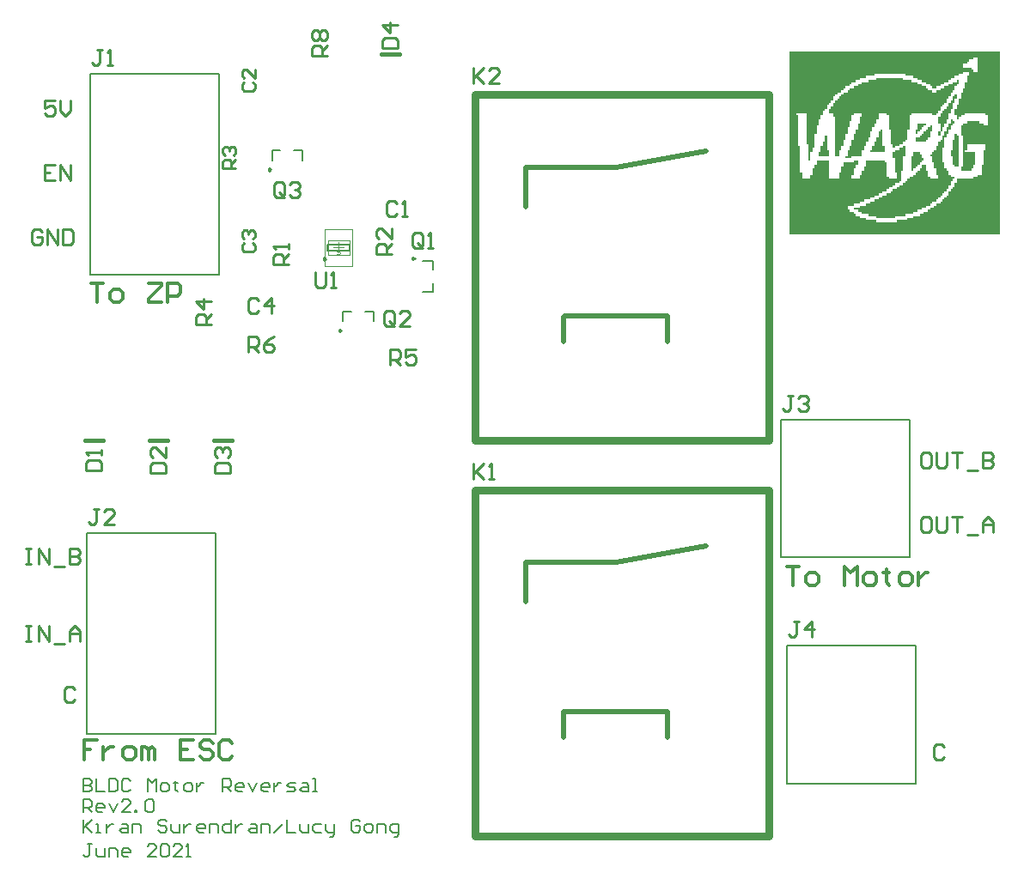
<source format=gto>
G04*
G04 #@! TF.GenerationSoftware,Altium Limited,Altium Designer,21.3.2 (30)*
G04*
G04 Layer_Color=65535*
%FSLAX25Y25*%
%MOIN*%
G70*
G04*
G04 #@! TF.SameCoordinates,32D37CD9-B2DB-4459-BEB8-4619D630D6D0*
G04*
G04*
G04 #@! TF.FilePolarity,Positive*
G04*
G01*
G75*
%ADD10C,0.00984*%
%ADD11C,0.02953*%
%ADD12C,0.01968*%
%ADD13C,0.01575*%
%ADD14C,0.00787*%
%ADD15C,0.01200*%
%ADD16C,0.01000*%
%ADD17C,0.00197*%
%ADD18C,0.00394*%
G36*
X381600Y320400D02*
Y319600D01*
Y318800D01*
Y318000D01*
Y317200D01*
Y316400D01*
Y315600D01*
Y314800D01*
Y314000D01*
Y313200D01*
Y312400D01*
Y311600D01*
Y310800D01*
Y310000D01*
Y309200D01*
Y308400D01*
Y307600D01*
Y306800D01*
Y306000D01*
Y305200D01*
Y304400D01*
Y303600D01*
Y302800D01*
Y302000D01*
Y301200D01*
Y300400D01*
Y299600D01*
Y298800D01*
Y298000D01*
Y297200D01*
Y296400D01*
Y295600D01*
Y294800D01*
Y294000D01*
Y293200D01*
Y292400D01*
Y291600D01*
Y290800D01*
Y290000D01*
Y289200D01*
Y288400D01*
Y287600D01*
Y286800D01*
Y286000D01*
Y285200D01*
Y284400D01*
Y283600D01*
Y282800D01*
Y282000D01*
Y281200D01*
Y280400D01*
Y279600D01*
Y278800D01*
Y278000D01*
Y277200D01*
Y276400D01*
Y275600D01*
Y274800D01*
Y274000D01*
Y273200D01*
Y272400D01*
Y271600D01*
Y270800D01*
Y270000D01*
Y269200D01*
Y268400D01*
Y267600D01*
Y266800D01*
Y266000D01*
Y265200D01*
Y264400D01*
Y263600D01*
Y262800D01*
Y262000D01*
Y261200D01*
Y260400D01*
Y259600D01*
Y258800D01*
Y258000D01*
Y257200D01*
Y256400D01*
Y255600D01*
Y254800D01*
Y254000D01*
Y253200D01*
Y252400D01*
Y251600D01*
Y250800D01*
Y250000D01*
X300000D01*
Y250800D01*
Y251600D01*
Y252400D01*
Y253200D01*
Y254000D01*
Y254800D01*
Y255600D01*
Y256400D01*
Y257200D01*
Y258000D01*
Y258800D01*
Y259600D01*
Y260400D01*
Y261200D01*
Y262000D01*
Y262800D01*
Y263600D01*
Y264400D01*
Y265200D01*
Y266000D01*
Y266800D01*
Y267600D01*
Y268400D01*
Y269200D01*
Y270000D01*
Y270800D01*
Y271600D01*
Y272400D01*
Y273200D01*
Y274000D01*
Y274800D01*
Y275600D01*
Y276400D01*
Y277200D01*
Y278000D01*
Y278800D01*
Y279600D01*
Y280400D01*
Y281200D01*
Y282000D01*
Y282800D01*
Y283600D01*
Y284400D01*
Y285200D01*
Y286000D01*
Y286800D01*
Y287600D01*
Y288400D01*
Y289200D01*
Y290000D01*
Y290800D01*
Y291600D01*
Y292400D01*
Y293200D01*
Y294000D01*
Y294800D01*
Y295600D01*
Y296400D01*
Y297200D01*
Y298000D01*
Y298800D01*
Y299600D01*
Y300400D01*
Y301200D01*
Y302000D01*
Y302800D01*
Y303600D01*
Y304400D01*
Y305200D01*
Y306000D01*
Y306800D01*
Y307600D01*
Y308400D01*
Y309200D01*
Y310000D01*
Y310800D01*
Y311600D01*
Y312400D01*
Y313200D01*
Y314000D01*
Y314800D01*
Y315600D01*
Y316400D01*
Y317200D01*
Y318000D01*
Y318800D01*
Y319600D01*
Y320400D01*
Y321200D01*
X381600D01*
Y320400D01*
D02*
G37*
%LPC*%
G36*
X372800Y318800D02*
X371200D01*
Y318000D01*
X369600D01*
Y317200D01*
X368800D01*
Y316400D01*
X367200D01*
Y315600D01*
Y314800D01*
X370400D01*
Y314000D01*
X371200D01*
Y313200D01*
X372800D01*
Y314000D01*
Y314800D01*
Y315600D01*
Y316400D01*
Y317200D01*
Y318000D01*
Y318800D01*
D02*
G37*
G36*
X369600Y313200D02*
X367200D01*
Y312400D01*
X365600D01*
Y311600D01*
X364000D01*
Y310800D01*
X362400D01*
Y310000D01*
X361600D01*
Y309200D01*
X360000D01*
Y308400D01*
X358400D01*
Y307600D01*
X356800D01*
Y306800D01*
X355200D01*
Y307600D01*
X354400D01*
Y308400D01*
X352800D01*
Y309200D01*
X351200D01*
Y310000D01*
X349600D01*
Y310800D01*
X348000D01*
Y311600D01*
X344800D01*
Y312400D01*
X332800D01*
Y311600D01*
X329600D01*
Y310800D01*
X327200D01*
Y310000D01*
X325600D01*
Y309200D01*
X324000D01*
Y308400D01*
X323200D01*
Y307600D01*
X321600D01*
Y306800D01*
X320800D01*
Y306000D01*
X320000D01*
Y305200D01*
X318400D01*
Y304400D01*
X317600D01*
Y303600D01*
X316800D01*
Y302800D01*
Y302000D01*
X316000D01*
Y301200D01*
X315200D01*
Y300400D01*
X314400D01*
Y299600D01*
Y298800D01*
X313600D01*
Y298000D01*
X312800D01*
Y297200D01*
Y296400D01*
X312000D01*
Y295600D01*
Y294800D01*
X311200D01*
Y294000D01*
Y293200D01*
Y292400D01*
X310400D01*
Y291600D01*
Y290800D01*
Y290000D01*
Y289200D01*
X309600D01*
Y288400D01*
Y287600D01*
Y286800D01*
Y286000D01*
Y285200D01*
Y284400D01*
Y283600D01*
X308800D01*
Y282800D01*
Y282000D01*
X308000D01*
Y281200D01*
Y280400D01*
Y279600D01*
Y278800D01*
X307200D01*
Y279600D01*
Y280400D01*
Y281200D01*
Y282000D01*
Y282800D01*
Y283600D01*
Y284400D01*
Y285200D01*
X306400D01*
Y286000D01*
Y286800D01*
Y287600D01*
Y288400D01*
Y289200D01*
Y290000D01*
Y290800D01*
Y291600D01*
Y292400D01*
Y293200D01*
Y294000D01*
Y294800D01*
Y295600D01*
Y296400D01*
Y297200D01*
X302400D01*
Y296400D01*
X303200D01*
Y295600D01*
Y294800D01*
Y294000D01*
Y293200D01*
Y292400D01*
Y291600D01*
Y290800D01*
Y290000D01*
Y289200D01*
Y288400D01*
Y287600D01*
Y286800D01*
Y286000D01*
Y285200D01*
Y284400D01*
X304000D01*
Y283600D01*
Y282800D01*
Y282000D01*
Y281200D01*
Y280400D01*
Y279600D01*
Y278800D01*
Y278000D01*
Y277200D01*
Y276400D01*
Y275600D01*
Y274800D01*
Y274000D01*
X304800D01*
Y273200D01*
Y272400D01*
Y271600D01*
X308000D01*
Y272400D01*
Y273200D01*
X308800D01*
Y274000D01*
Y274800D01*
Y275600D01*
X309600D01*
Y276400D01*
Y277200D01*
X310400D01*
Y278000D01*
Y278800D01*
X315200D01*
Y278000D01*
Y277200D01*
Y276400D01*
Y275600D01*
Y274800D01*
Y274000D01*
Y273200D01*
Y272400D01*
Y271600D01*
X319200D01*
Y272400D01*
Y273200D01*
Y274000D01*
X320000D01*
Y274800D01*
Y275600D01*
Y276400D01*
X320800D01*
Y277200D01*
Y278000D01*
X324800D01*
Y278800D01*
X326400D01*
Y278000D01*
Y277200D01*
X325600D01*
Y276400D01*
Y275600D01*
X324800D01*
Y274800D01*
Y274000D01*
Y273200D01*
X324000D01*
Y272400D01*
Y271600D01*
X327200D01*
Y272400D01*
Y273200D01*
X328000D01*
Y274000D01*
Y274800D01*
X328800D01*
Y275600D01*
Y276400D01*
X329600D01*
Y277200D01*
Y278000D01*
Y278800D01*
X336800D01*
Y278000D01*
X337600D01*
Y277200D01*
Y276400D01*
Y275600D01*
Y274800D01*
Y274000D01*
Y273200D01*
Y272400D01*
X338400D01*
Y271600D01*
X341600D01*
Y272400D01*
Y273200D01*
Y274000D01*
X340800D01*
Y274800D01*
Y275600D01*
Y276400D01*
Y277200D01*
Y278000D01*
Y278800D01*
Y279600D01*
X340000D01*
Y280400D01*
Y281200D01*
Y282000D01*
X340800D01*
Y282800D01*
X342400D01*
Y283600D01*
X344000D01*
Y284400D01*
X344800D01*
Y283600D01*
Y282800D01*
Y282000D01*
Y281200D01*
Y280400D01*
X344000D01*
Y279600D01*
Y278800D01*
Y278000D01*
Y277200D01*
Y276400D01*
Y275600D01*
Y274800D01*
X343200D01*
Y274000D01*
Y273200D01*
Y272400D01*
Y271600D01*
Y270800D01*
X342400D01*
Y270000D01*
X340800D01*
Y269200D01*
X340000D01*
Y268400D01*
X338400D01*
Y267600D01*
X337600D01*
Y266800D01*
X336000D01*
Y266000D01*
X334400D01*
Y265200D01*
X332800D01*
Y264400D01*
X331200D01*
Y263600D01*
X328800D01*
Y262800D01*
X327200D01*
Y262000D01*
X324800D01*
Y261200D01*
X322400D01*
Y260400D01*
Y259600D01*
X323200D01*
Y258800D01*
X324800D01*
Y258000D01*
X325600D01*
Y257200D01*
X327200D01*
Y256400D01*
X329600D01*
Y255600D01*
X333600D01*
Y254800D01*
X341600D01*
Y255600D01*
X345600D01*
Y256400D01*
X348000D01*
Y257200D01*
X350400D01*
Y258000D01*
X352000D01*
Y258800D01*
X353600D01*
Y259600D01*
X354400D01*
Y260400D01*
X356000D01*
Y261200D01*
X356800D01*
Y262000D01*
X358400D01*
Y262800D01*
X359200D01*
Y263600D01*
X360000D01*
Y264400D01*
X360800D01*
Y265200D01*
X361600D01*
Y266000D01*
Y266800D01*
X362400D01*
Y267600D01*
X363200D01*
Y268400D01*
X364000D01*
Y269200D01*
Y270000D01*
X364800D01*
Y270800D01*
Y271600D01*
X371200D01*
Y272400D01*
X372800D01*
Y273200D01*
X374400D01*
Y274000D01*
Y274800D01*
Y275600D01*
Y276400D01*
Y277200D01*
X375200D01*
Y278000D01*
Y278800D01*
Y279600D01*
Y280400D01*
Y281200D01*
Y282000D01*
Y282800D01*
X376000D01*
Y283600D01*
Y284400D01*
Y285200D01*
X368800D01*
Y284400D01*
Y283600D01*
Y282800D01*
X368000D01*
Y282000D01*
X372000D01*
Y281200D01*
Y280400D01*
Y279600D01*
Y278800D01*
Y278000D01*
Y277200D01*
X371200D01*
Y276400D01*
Y275600D01*
X370400D01*
Y274800D01*
X366400D01*
Y275600D01*
Y276400D01*
X367200D01*
Y277200D01*
Y278000D01*
Y278800D01*
Y279600D01*
Y280400D01*
Y281200D01*
Y282000D01*
Y282800D01*
Y283600D01*
Y284400D01*
Y285200D01*
Y286000D01*
Y286800D01*
Y287600D01*
Y288400D01*
X366400D01*
Y289200D01*
Y290000D01*
Y290800D01*
Y291600D01*
Y292400D01*
X367200D01*
Y293200D01*
X368800D01*
Y294000D01*
X373600D01*
Y293200D01*
X375200D01*
Y292400D01*
X376800D01*
Y293200D01*
Y294000D01*
Y294800D01*
Y295600D01*
Y296400D01*
X376000D01*
Y297200D01*
X368000D01*
Y296400D01*
X366400D01*
Y295600D01*
X365600D01*
Y294800D01*
X364800D01*
Y295600D01*
Y296400D01*
X364000D01*
Y297200D01*
Y298000D01*
Y298800D01*
X364800D01*
Y299600D01*
Y300400D01*
X365600D01*
Y301200D01*
Y302000D01*
Y302800D01*
X366400D01*
Y303600D01*
Y304400D01*
Y305200D01*
X367200D01*
Y306000D01*
Y306800D01*
X368000D01*
Y307600D01*
Y308400D01*
Y309200D01*
X368800D01*
Y310000D01*
Y310800D01*
Y311600D01*
X369600D01*
Y312400D01*
Y313200D01*
D02*
G37*
%LPD*%
G36*
X344000Y310000D02*
X347200D01*
Y309200D01*
X349600D01*
Y308400D01*
X351200D01*
Y307600D01*
X352800D01*
Y306800D01*
X353600D01*
Y306000D01*
X355200D01*
Y305200D01*
X356800D01*
Y306000D01*
X358400D01*
Y306800D01*
X360000D01*
Y307600D01*
X361600D01*
Y308400D01*
X363200D01*
Y309200D01*
X364800D01*
Y310000D01*
X365600D01*
Y309200D01*
Y308400D01*
X364800D01*
Y307600D01*
X364000D01*
Y306800D01*
Y306000D01*
X363200D01*
Y305200D01*
X362400D01*
Y304400D01*
Y303600D01*
X361600D01*
Y302800D01*
X360800D01*
Y302000D01*
Y301200D01*
X360000D01*
Y300400D01*
X359200D01*
Y299600D01*
X358400D01*
Y298800D01*
Y298000D01*
X357600D01*
Y297200D01*
X356800D01*
Y296400D01*
X355200D01*
Y297200D01*
X347200D01*
Y296400D01*
X346400D01*
Y295600D01*
Y294800D01*
Y294000D01*
Y293200D01*
Y292400D01*
Y291600D01*
Y290800D01*
X345600D01*
Y290000D01*
Y289200D01*
Y288400D01*
Y287600D01*
Y286800D01*
X344800D01*
Y286000D01*
X344000D01*
Y285200D01*
X342400D01*
Y284400D01*
X340800D01*
Y283600D01*
X340000D01*
Y284400D01*
Y285200D01*
X339200D01*
Y286000D01*
Y286800D01*
Y287600D01*
Y288400D01*
Y289200D01*
Y290000D01*
Y290800D01*
X338400D01*
Y291600D01*
Y292400D01*
Y293200D01*
Y294000D01*
Y294800D01*
Y295600D01*
Y296400D01*
X337600D01*
Y297200D01*
X334400D01*
Y296400D01*
Y295600D01*
Y294800D01*
X333600D01*
Y294000D01*
Y293200D01*
X332800D01*
Y292400D01*
Y291600D01*
X332000D01*
Y290800D01*
Y290000D01*
X331200D01*
Y289200D01*
Y288400D01*
Y287600D01*
X330400D01*
Y286800D01*
Y286000D01*
X329600D01*
Y285200D01*
Y284400D01*
X328800D01*
Y283600D01*
Y282800D01*
X328000D01*
Y282000D01*
Y281200D01*
Y280400D01*
X324000D01*
Y279600D01*
X321600D01*
Y280400D01*
X322400D01*
Y281200D01*
Y282000D01*
Y282800D01*
X323200D01*
Y283600D01*
Y284400D01*
X324000D01*
Y285200D01*
Y286000D01*
Y286800D01*
X324800D01*
Y287600D01*
Y288400D01*
Y289200D01*
X325600D01*
Y290000D01*
Y290800D01*
X326400D01*
Y291600D01*
Y292400D01*
Y293200D01*
X327200D01*
Y294000D01*
Y294800D01*
Y295600D01*
X328000D01*
Y296400D01*
Y297200D01*
X324800D01*
Y296400D01*
X324000D01*
Y295600D01*
Y294800D01*
Y294000D01*
X323200D01*
Y293200D01*
Y292400D01*
Y291600D01*
X322400D01*
Y290800D01*
Y290000D01*
Y289200D01*
X321600D01*
Y288400D01*
Y287600D01*
Y286800D01*
X320800D01*
Y286000D01*
Y285200D01*
Y284400D01*
X320000D01*
Y283600D01*
Y282800D01*
X319200D01*
Y282000D01*
Y281200D01*
Y280400D01*
X317600D01*
Y281200D01*
Y282000D01*
Y282800D01*
Y283600D01*
Y284400D01*
Y285200D01*
Y286000D01*
Y286800D01*
Y287600D01*
Y288400D01*
Y289200D01*
Y290000D01*
Y290800D01*
Y291600D01*
Y292400D01*
Y293200D01*
Y294000D01*
Y294800D01*
Y295600D01*
X316800D01*
Y296400D01*
Y297200D01*
X315200D01*
Y298000D01*
Y298800D01*
X316000D01*
Y299600D01*
X316800D01*
Y300400D01*
Y301200D01*
X317600D01*
Y302000D01*
X318400D01*
Y302800D01*
X319200D01*
Y303600D01*
X320000D01*
Y304400D01*
X320800D01*
Y305200D01*
X322400D01*
Y306000D01*
X323200D01*
Y306800D01*
X324800D01*
Y307600D01*
X326400D01*
Y308400D01*
X328000D01*
Y309200D01*
X330400D01*
Y310000D01*
X333600D01*
Y310800D01*
X344000D01*
Y310000D01*
D02*
G37*
G36*
X364800Y303600D02*
Y302800D01*
X364000D01*
Y302000D01*
Y301200D01*
X363200D01*
Y300400D01*
Y299600D01*
Y298800D01*
X362400D01*
Y298000D01*
Y297200D01*
X361600D01*
Y296400D01*
Y295600D01*
Y294800D01*
X360800D01*
Y294000D01*
Y293200D01*
X360000D01*
Y292400D01*
Y291600D01*
X359200D01*
Y290800D01*
Y290000D01*
X358400D01*
Y290800D01*
Y291600D01*
Y292400D01*
Y293200D01*
X357600D01*
Y294000D01*
Y294800D01*
Y295600D01*
X358400D01*
Y296400D01*
Y297200D01*
X359200D01*
Y298000D01*
X360000D01*
Y298800D01*
X360800D01*
Y299600D01*
X361600D01*
Y300400D01*
Y301200D01*
X362400D01*
Y302000D01*
X363200D01*
Y302800D01*
Y303600D01*
X364000D01*
Y304400D01*
X364800D01*
Y303600D01*
D02*
G37*
G36*
X352800Y292400D02*
X352000D01*
Y291600D01*
X351200D01*
Y290800D01*
X350400D01*
Y290000D01*
X349600D01*
Y289200D01*
X348800D01*
Y290000D01*
Y290800D01*
X349600D01*
Y291600D01*
Y292400D01*
Y293200D01*
X352800D01*
Y292400D01*
D02*
G37*
G36*
X358400Y289200D02*
Y288400D01*
X357600D01*
Y289200D01*
Y290000D01*
X358400D01*
Y289200D01*
D02*
G37*
G36*
X355200Y291600D02*
Y290800D01*
Y290000D01*
X354400D01*
Y289200D01*
Y288400D01*
Y287600D01*
X353600D01*
Y286800D01*
X352800D01*
Y286000D01*
X348800D01*
Y286800D01*
Y287600D01*
X350400D01*
Y288400D01*
X351200D01*
Y289200D01*
X352000D01*
Y290000D01*
X352800D01*
Y290800D01*
X353600D01*
Y291600D01*
X354400D01*
Y292400D01*
X355200D01*
Y291600D01*
D02*
G37*
G36*
X336000Y290000D02*
Y289200D01*
Y288400D01*
Y287600D01*
Y286800D01*
Y286000D01*
Y285200D01*
Y284400D01*
X336800D01*
Y283600D01*
Y282800D01*
Y282000D01*
X331200D01*
Y282800D01*
X332000D01*
Y283600D01*
Y284400D01*
X332800D01*
Y285200D01*
Y286000D01*
X333600D01*
Y286800D01*
Y287600D01*
X334400D01*
Y288400D01*
Y289200D01*
Y290000D01*
X335200D01*
Y290800D01*
X336000D01*
Y290000D01*
D02*
G37*
G36*
X314400Y287600D02*
Y286800D01*
Y286000D01*
Y285200D01*
Y284400D01*
Y283600D01*
Y282800D01*
X315200D01*
Y282000D01*
Y281200D01*
Y280400D01*
X311200D01*
Y281200D01*
Y282000D01*
X312000D01*
Y282800D01*
Y283600D01*
Y284400D01*
X312800D01*
Y285200D01*
Y286000D01*
X313600D01*
Y286800D01*
Y287600D01*
Y288400D01*
X314400D01*
Y287600D01*
D02*
G37*
G36*
X364800Y288400D02*
X365600D01*
Y287600D01*
Y286800D01*
Y286000D01*
Y285200D01*
Y284400D01*
Y283600D01*
Y282800D01*
Y282000D01*
Y281200D01*
Y280400D01*
Y279600D01*
Y278800D01*
Y278000D01*
Y277200D01*
Y276400D01*
X364000D01*
Y277200D01*
X363200D01*
Y278000D01*
Y278800D01*
Y279600D01*
Y280400D01*
X362400D01*
Y281200D01*
Y282000D01*
Y282800D01*
X363200D01*
Y283600D01*
Y284400D01*
Y285200D01*
Y286000D01*
Y286800D01*
X364000D01*
Y287600D01*
Y288400D01*
Y289200D01*
X364800D01*
Y288400D01*
D02*
G37*
G36*
X350400Y281200D02*
X351200D01*
Y280400D01*
Y279600D01*
X352000D01*
Y278800D01*
X351200D01*
Y278000D01*
X350400D01*
Y277200D01*
X349600D01*
Y276400D01*
X348800D01*
Y275600D01*
X348000D01*
Y274800D01*
X347200D01*
Y275600D01*
Y276400D01*
Y277200D01*
Y278000D01*
Y278800D01*
Y279600D01*
Y280400D01*
X348000D01*
Y281200D01*
Y282000D01*
X350400D01*
Y281200D01*
D02*
G37*
G36*
X363200Y294000D02*
X364000D01*
Y293200D01*
X363200D01*
Y292400D01*
X362400D01*
Y291600D01*
Y290800D01*
X361600D01*
Y290000D01*
Y289200D01*
X360800D01*
Y288400D01*
Y287600D01*
X360000D01*
Y286800D01*
Y286000D01*
Y285200D01*
Y284400D01*
Y283600D01*
X359200D01*
Y282800D01*
Y282000D01*
Y281200D01*
Y280400D01*
Y279600D01*
Y278800D01*
Y278000D01*
X360000D01*
Y277200D01*
Y276400D01*
Y275600D01*
X360800D01*
Y274800D01*
X361600D01*
Y274000D01*
Y273200D01*
X362400D01*
Y272400D01*
X364000D01*
Y271600D01*
X363200D01*
Y270800D01*
X362400D01*
Y270000D01*
Y269200D01*
X361600D01*
Y268400D01*
Y267600D01*
X360800D01*
Y266800D01*
X360000D01*
Y266000D01*
X359200D01*
Y265200D01*
X358400D01*
Y264400D01*
X357600D01*
Y263600D01*
X356800D01*
Y262800D01*
X355200D01*
Y262000D01*
X354400D01*
Y261200D01*
X352800D01*
Y260400D01*
X351200D01*
Y259600D01*
X349600D01*
Y258800D01*
X348000D01*
Y258000D01*
X344800D01*
Y257200D01*
X340800D01*
Y256400D01*
X333600D01*
Y257200D01*
X330400D01*
Y258000D01*
X328000D01*
Y258800D01*
X326400D01*
Y259600D01*
X324800D01*
Y260400D01*
X327200D01*
Y261200D01*
X329600D01*
Y262000D01*
X331200D01*
Y262800D01*
X332800D01*
Y263600D01*
X334400D01*
Y264400D01*
X336000D01*
Y265200D01*
X337600D01*
Y266000D01*
X339200D01*
Y266800D01*
X340000D01*
Y267600D01*
X341600D01*
Y268400D01*
X342400D01*
Y269200D01*
X344000D01*
Y270000D01*
X344800D01*
Y270800D01*
X345600D01*
Y271600D01*
X346400D01*
Y272400D01*
X348000D01*
Y273200D01*
X348800D01*
Y274000D01*
X349600D01*
Y274800D01*
X350400D01*
Y275600D01*
X351200D01*
Y276400D01*
Y277200D01*
X352800D01*
Y276400D01*
Y275600D01*
Y274800D01*
X353600D01*
Y274000D01*
Y273200D01*
Y272400D01*
X354400D01*
Y271600D01*
X357600D01*
Y272400D01*
Y273200D01*
X356800D01*
Y274000D01*
Y274800D01*
Y275600D01*
X356000D01*
Y276400D01*
Y277200D01*
Y278000D01*
X355200D01*
Y278800D01*
Y279600D01*
Y280400D01*
X354400D01*
Y281200D01*
X355200D01*
Y282000D01*
X356000D01*
Y282800D01*
X356800D01*
Y283600D01*
Y284400D01*
X357600D01*
Y285200D01*
Y286000D01*
X358400D01*
Y286800D01*
X359200D01*
Y287600D01*
Y288400D01*
X360000D01*
Y289200D01*
Y290000D01*
X360800D01*
Y290800D01*
Y291600D01*
X361600D01*
Y292400D01*
Y293200D01*
X362400D01*
Y294000D01*
Y294800D01*
X363200D01*
Y294000D01*
D02*
G37*
D10*
X119980Y240571D02*
X119242Y240997D01*
Y240145D01*
X119980Y240571D01*
X98486Y275276D02*
X97748Y275702D01*
Y274849D01*
X98486Y275276D01*
X125986Y212776D02*
X125248Y213202D01*
Y212349D01*
X125986Y212776D01*
X154392Y240766D02*
X153654Y241192D01*
Y240340D01*
X154392Y240766D01*
D11*
X177795Y16538D02*
X291968D01*
X177795Y150772D02*
X291968D01*
Y16538D02*
Y150772D01*
X177795Y16538D02*
Y150772D01*
Y170082D02*
X291968D01*
X177795Y304315D02*
X291968D01*
Y170082D02*
Y304315D01*
X177795Y170082D02*
Y304315D01*
D12*
X212441Y64811D02*
X252598D01*
X212362Y54831D02*
Y64653D01*
X252480Y54831D02*
Y64614D01*
X197480Y107331D02*
Y122606D01*
X197402Y122685D02*
X232441D01*
X267480Y128984D01*
X232441Y276228D02*
X267480Y282528D01*
X197402Y276228D02*
X232441D01*
X197480Y260874D02*
Y276150D01*
X252480Y208374D02*
Y218158D01*
X212362Y208374D02*
Y218197D01*
X212441Y218354D02*
X252598D01*
D13*
X141500Y319965D02*
X148500D01*
X76500Y170035D02*
X83500D01*
X51500D02*
X58500D01*
X26500D02*
X33500D01*
D14*
X28504Y234547D02*
X78504D01*
X28504Y312500D02*
X78504D01*
X28504Y234547D02*
Y312500D01*
X78504Y234547D02*
Y312500D01*
X298996Y36909D02*
Y90453D01*
X348996Y36909D02*
Y90453D01*
X298996Y36909D02*
X348996D01*
X298996Y90453D02*
X348996D01*
X296496Y124634D02*
Y178177D01*
X346496Y124634D02*
Y178177D01*
X296496Y124634D02*
X346496D01*
X296496Y178177D02*
X346496D01*
X120669Y243819D02*
Y246181D01*
X129331Y243819D02*
Y246181D01*
X120669Y243819D02*
X129331D01*
X120669Y246181D02*
X129331D01*
X99094Y278819D02*
Y282756D01*
X102325D01*
X110906Y278819D02*
Y282756D01*
X107675D02*
X110906D01*
X135175Y220256D02*
X138406D01*
Y216319D02*
Y220256D01*
X126594D02*
X129825D01*
X126594Y216319D02*
Y220256D01*
X77354Y56028D02*
Y133980D01*
X27354Y56028D02*
Y133980D01*
X77354D01*
X27354Y56028D02*
X77354D01*
X161380Y227854D02*
Y231085D01*
X157443Y227854D02*
X161380D01*
Y236435D02*
Y239665D01*
X157443D02*
X161380D01*
X25787Y38615D02*
Y33617D01*
X28287D01*
X29120Y34450D01*
Y35283D01*
X28287Y36116D01*
X25787D01*
X28287D01*
X29120Y36949D01*
Y37782D01*
X28287Y38615D01*
X25787D01*
X30786D02*
Y33617D01*
X34118D01*
X35784Y38615D02*
Y33617D01*
X38283D01*
X39116Y34450D01*
Y37782D01*
X38283Y38615D01*
X35784D01*
X44115Y37782D02*
X43282Y38615D01*
X41616D01*
X40782Y37782D01*
Y34450D01*
X41616Y33617D01*
X43282D01*
X44115Y34450D01*
X50779Y33617D02*
Y38615D01*
X52445Y36949D01*
X54112Y38615D01*
Y33617D01*
X56611D02*
X58277D01*
X59110Y34450D01*
Y36116D01*
X58277Y36949D01*
X56611D01*
X55778Y36116D01*
Y34450D01*
X56611Y33617D01*
X61609Y37782D02*
Y36949D01*
X60776D01*
X62442D01*
X61609D01*
Y34450D01*
X62442Y33617D01*
X65774D02*
X67441D01*
X68274Y34450D01*
Y36116D01*
X67441Y36949D01*
X65774D01*
X64941Y36116D01*
Y34450D01*
X65774Y33617D01*
X69940Y36949D02*
Y33617D01*
Y35283D01*
X70773Y36116D01*
X71606Y36949D01*
X72439D01*
X79936Y33617D02*
Y38615D01*
X82436D01*
X83269Y37782D01*
Y36116D01*
X82436Y35283D01*
X79936D01*
X81603D02*
X83269Y33617D01*
X87434D02*
X85768D01*
X84935Y34450D01*
Y36116D01*
X85768Y36949D01*
X87434D01*
X88267Y36116D01*
Y35283D01*
X84935D01*
X89933Y36949D02*
X91599Y33617D01*
X93265Y36949D01*
X97431Y33617D02*
X95765D01*
X94932Y34450D01*
Y36116D01*
X95765Y36949D01*
X97431D01*
X98264Y36116D01*
Y35283D01*
X94932D01*
X99930Y36949D02*
Y33617D01*
Y35283D01*
X100763Y36116D01*
X101596Y36949D01*
X102429D01*
X104928Y33617D02*
X107428D01*
X108261Y34450D01*
X107428Y35283D01*
X105762D01*
X104928Y36116D01*
X105762Y36949D01*
X108261D01*
X110760D02*
X112426D01*
X113259Y36116D01*
Y33617D01*
X110760D01*
X109927Y34450D01*
X110760Y35283D01*
X113259D01*
X114925Y33617D02*
X116591D01*
X115758D01*
Y38615D01*
X114925D01*
X25787Y25729D02*
Y30728D01*
X28287D01*
X29120Y29895D01*
Y28228D01*
X28287Y27395D01*
X25787D01*
X27454D02*
X29120Y25729D01*
X33285D02*
X31619D01*
X30786Y26562D01*
Y28228D01*
X31619Y29061D01*
X33285D01*
X34118Y28228D01*
Y27395D01*
X30786D01*
X35784Y29061D02*
X37450Y25729D01*
X39116Y29061D01*
X44115Y25729D02*
X40782D01*
X44115Y29061D01*
Y29895D01*
X43282Y30728D01*
X41616D01*
X40782Y29895D01*
X45781Y25729D02*
Y26562D01*
X46614D01*
Y25729D01*
X45781D01*
X49946Y29895D02*
X50779Y30728D01*
X52445D01*
X53278Y29895D01*
Y26562D01*
X52445Y25729D01*
X50779D01*
X49946Y26562D01*
Y29895D01*
X25787Y22840D02*
Y17841D01*
Y19508D01*
X29120Y22840D01*
X26621Y20340D01*
X29120Y17841D01*
X30786D02*
X32452D01*
X31619D01*
Y21174D01*
X30786D01*
X34951D02*
Y17841D01*
Y19508D01*
X35784Y20340D01*
X36617Y21174D01*
X37450D01*
X40782D02*
X42449D01*
X43282Y20340D01*
Y17841D01*
X40782D01*
X39950Y18674D01*
X40782Y19508D01*
X43282D01*
X44948Y17841D02*
Y21174D01*
X47447D01*
X48280Y20340D01*
Y17841D01*
X58277Y22007D02*
X57444Y22840D01*
X55778D01*
X54945Y22007D01*
Y21174D01*
X55778Y20340D01*
X57444D01*
X58277Y19508D01*
Y18674D01*
X57444Y17841D01*
X55778D01*
X54945Y18674D01*
X59943Y21174D02*
Y18674D01*
X60776Y17841D01*
X63275D01*
Y21174D01*
X64941D02*
Y17841D01*
Y19508D01*
X65774Y20340D01*
X66607Y21174D01*
X67441D01*
X72439Y17841D02*
X70773D01*
X69940Y18674D01*
Y20340D01*
X70773Y21174D01*
X72439D01*
X73272Y20340D01*
Y19508D01*
X69940D01*
X74938Y17841D02*
Y21174D01*
X77437D01*
X78270Y20340D01*
Y17841D01*
X83269Y22840D02*
Y17841D01*
X80770D01*
X79936Y18674D01*
Y20340D01*
X80770Y21174D01*
X83269D01*
X84935D02*
Y17841D01*
Y19508D01*
X85768Y20340D01*
X86601Y21174D01*
X87434D01*
X90766D02*
X92432D01*
X93265Y20340D01*
Y17841D01*
X90766D01*
X89933Y18674D01*
X90766Y19508D01*
X93265D01*
X94932Y17841D02*
Y21174D01*
X97431D01*
X98264Y20340D01*
Y17841D01*
X99930D02*
X103262Y21174D01*
X104928Y22840D02*
Y17841D01*
X108261D01*
X109927Y21174D02*
Y18674D01*
X110760Y17841D01*
X113259D01*
Y21174D01*
X118257D02*
X115758D01*
X114925Y20340D01*
Y18674D01*
X115758Y17841D01*
X118257D01*
X119924Y21174D02*
Y18674D01*
X120757Y17841D01*
X123256D01*
Y17008D01*
X122423Y16175D01*
X121590D01*
X123256Y17841D02*
Y21174D01*
X133253Y22007D02*
X132420Y22840D01*
X130753D01*
X129920Y22007D01*
Y18674D01*
X130753Y17841D01*
X132420D01*
X133253Y18674D01*
Y20340D01*
X131586D01*
X135752Y17841D02*
X137418D01*
X138251Y18674D01*
Y20340D01*
X137418Y21174D01*
X135752D01*
X134919Y20340D01*
Y18674D01*
X135752Y17841D01*
X139917D02*
Y21174D01*
X142416D01*
X143249Y20340D01*
Y17841D01*
X146582Y16175D02*
X147415D01*
X148248Y17008D01*
Y21174D01*
X145748D01*
X144915Y20340D01*
Y18674D01*
X145748Y17841D01*
X148248D01*
X29120Y13286D02*
X27454D01*
X28287D01*
Y9121D01*
X27454Y8287D01*
X26621D01*
X25787Y9121D01*
X30786Y11620D02*
Y9121D01*
X31619Y8287D01*
X34118D01*
Y11620D01*
X35784Y8287D02*
Y11620D01*
X38283D01*
X39116Y10787D01*
Y8287D01*
X43282D02*
X41616D01*
X40782Y9121D01*
Y10787D01*
X41616Y11620D01*
X43282D01*
X44115Y10787D01*
Y9954D01*
X40782D01*
X54112Y8287D02*
X50779D01*
X54112Y11620D01*
Y12453D01*
X53278Y13286D01*
X51612D01*
X50779Y12453D01*
X55778D02*
X56611Y13286D01*
X58277D01*
X59110Y12453D01*
Y9121D01*
X58277Y8287D01*
X56611D01*
X55778Y9121D01*
Y12453D01*
X64108Y8287D02*
X60776D01*
X64108Y11620D01*
Y12453D01*
X63275Y13286D01*
X61609D01*
X60776Y12453D01*
X65774Y8287D02*
X67441D01*
X66607D01*
Y13286D01*
X65774Y12453D01*
D15*
X298700Y121198D02*
X303698D01*
X301199D01*
Y113700D01*
X307447D02*
X309946D01*
X311196Y114950D01*
Y117449D01*
X309946Y118698D01*
X307447D01*
X306198Y117449D01*
Y114950D01*
X307447Y113700D01*
X321193D02*
Y121198D01*
X323692Y118698D01*
X326191Y121198D01*
Y113700D01*
X329940D02*
X332439D01*
X333689Y114950D01*
Y117449D01*
X332439Y118698D01*
X329940D01*
X328690Y117449D01*
Y114950D01*
X329940Y113700D01*
X337438Y119948D02*
Y118698D01*
X336188D01*
X338687D01*
X337438D01*
Y114950D01*
X338687Y113700D01*
X343686D02*
X346185D01*
X347434Y114950D01*
Y117449D01*
X346185Y118698D01*
X343686D01*
X342436Y117449D01*
Y114950D01*
X343686Y113700D01*
X349934Y118698D02*
Y113700D01*
Y116199D01*
X351183Y117449D01*
X352433Y118698D01*
X353682D01*
X28700Y231198D02*
X33698D01*
X31199D01*
Y223700D01*
X37447D02*
X39946D01*
X41196Y224950D01*
Y227449D01*
X39946Y228698D01*
X37447D01*
X36198Y227449D01*
Y224950D01*
X37447Y223700D01*
X51193Y231198D02*
X56191D01*
Y229948D01*
X51193Y224950D01*
Y223700D01*
X56191D01*
X58690D02*
Y231198D01*
X62439D01*
X63689Y229948D01*
Y227449D01*
X62439Y226199D01*
X58690D01*
X31198Y53698D02*
X26200D01*
Y49949D01*
X28699D01*
X26200D01*
Y46200D01*
X33698Y51198D02*
Y46200D01*
Y48699D01*
X34947Y49949D01*
X36197Y51198D01*
X37446D01*
X42445Y46200D02*
X44944D01*
X46194Y47450D01*
Y49949D01*
X44944Y51198D01*
X42445D01*
X41195Y49949D01*
Y47450D01*
X42445Y46200D01*
X48693D02*
Y51198D01*
X49942D01*
X51192Y49949D01*
Y46200D01*
Y49949D01*
X52442Y51198D01*
X53691Y49949D01*
Y46200D01*
X68686Y53698D02*
X63688D01*
Y46200D01*
X68686D01*
X63688Y49949D02*
X66187D01*
X76184Y52448D02*
X74934Y53698D01*
X72435D01*
X71185Y52448D01*
Y51198D01*
X72435Y49949D01*
X74934D01*
X76184Y48699D01*
Y47450D01*
X74934Y46200D01*
X72435D01*
X71185Y47450D01*
X83681Y52448D02*
X82432Y53698D01*
X79933D01*
X78683Y52448D01*
Y47450D01*
X79933Y46200D01*
X82432D01*
X83681Y47450D01*
D16*
X359999Y50998D02*
X358999Y51998D01*
X357000D01*
X356000Y50998D01*
Y47000D01*
X357000Y46000D01*
X358999D01*
X359999Y47000D01*
X14999Y301998D02*
X11000D01*
Y298999D01*
X12999Y299999D01*
X13999D01*
X14999Y298999D01*
Y297000D01*
X13999Y296000D01*
X12000D01*
X11000Y297000D01*
X16998Y301998D02*
Y297999D01*
X18997Y296000D01*
X20997Y297999D01*
Y301998D01*
X22499Y73498D02*
X21499Y74498D01*
X19500D01*
X18500Y73498D01*
Y69500D01*
X19500Y68500D01*
X21499D01*
X22499Y69500D01*
X3500Y97998D02*
X5499D01*
X4500D01*
Y92000D01*
X3500D01*
X5499D01*
X8498D02*
Y97998D01*
X12497Y92000D01*
Y97998D01*
X14496Y91000D02*
X18495D01*
X20494Y92000D02*
Y95998D01*
X22494Y97998D01*
X24493Y95998D01*
Y92000D01*
Y94999D01*
X20494D01*
X353849Y165478D02*
X351850D01*
X350850Y164478D01*
Y160480D01*
X351850Y159480D01*
X353849D01*
X354849Y160480D01*
Y164478D01*
X353849Y165478D01*
X356849D02*
Y160480D01*
X357848Y159480D01*
X359847D01*
X360847Y160480D01*
Y165478D01*
X362846D02*
X366845D01*
X364846D01*
Y159480D01*
X368845Y158480D02*
X372843D01*
X374843Y165478D02*
Y159480D01*
X377842D01*
X378841Y160480D01*
Y161479D01*
X377842Y162479D01*
X374843D01*
X377842D01*
X378841Y163479D01*
Y164478D01*
X377842Y165478D01*
X374843D01*
X353849Y140478D02*
X351850D01*
X350850Y139478D01*
Y135480D01*
X351850Y134480D01*
X353849D01*
X354849Y135480D01*
Y139478D01*
X353849Y140478D01*
X356849D02*
Y135480D01*
X357848Y134480D01*
X359847D01*
X360847Y135480D01*
Y140478D01*
X362846D02*
X366845D01*
X364846D01*
Y134480D01*
X368845Y133480D02*
X372843D01*
X374843Y134480D02*
Y138479D01*
X376842Y140478D01*
X378841Y138479D01*
Y134480D01*
Y137479D01*
X374843D01*
X3500Y127998D02*
X5499D01*
X4500D01*
Y122000D01*
X3500D01*
X5499D01*
X8498D02*
Y127998D01*
X12497Y122000D01*
Y127998D01*
X14496Y121000D02*
X18495D01*
X20494Y127998D02*
Y122000D01*
X23494D01*
X24493Y122999D01*
Y123999D01*
X23494Y124999D01*
X20494D01*
X23494D01*
X24493Y125998D01*
Y126998D01*
X23494Y127998D01*
X20494D01*
X14999Y276998D02*
X11000D01*
Y271000D01*
X14999D01*
X11000Y273999D02*
X12999D01*
X16998Y271000D02*
Y276998D01*
X20997Y271000D01*
Y276998D01*
X9999Y250998D02*
X8999Y251998D01*
X7000D01*
X6000Y250998D01*
Y247000D01*
X7000Y246000D01*
X8999D01*
X9999Y247000D01*
Y248999D01*
X7999D01*
X11998Y246000D02*
Y251998D01*
X15997Y246000D01*
Y251998D01*
X17996D02*
Y246000D01*
X20995D01*
X21995Y247000D01*
Y250998D01*
X20995Y251998D01*
X17996D01*
X303552Y99810D02*
X301552D01*
X302552D01*
Y94811D01*
X301552Y93812D01*
X300552D01*
X299553Y94811D01*
X308550Y93812D02*
Y99810D01*
X305551Y96811D01*
X309549D01*
X120499Y319450D02*
X114501D01*
Y322449D01*
X115501Y323449D01*
X117500D01*
X118500Y322449D01*
Y319450D01*
Y321450D02*
X120499Y323449D01*
X115501Y325448D02*
X114501Y326448D01*
Y328448D01*
X115501Y329447D01*
X116500D01*
X117500Y328448D01*
X118500Y329447D01*
X119499D01*
X120499Y328448D01*
Y326448D01*
X119499Y325448D01*
X118500D01*
X117500Y326448D01*
X116500Y325448D01*
X115501D01*
X117500Y326448D02*
Y328448D01*
X104000Y265501D02*
Y269499D01*
X103001Y270499D01*
X101001D01*
X100002Y269499D01*
Y265501D01*
X101001Y264501D01*
X103001D01*
X102001Y266500D02*
X104000Y264501D01*
X103001D02*
X104000Y265501D01*
X106000Y269499D02*
X106999Y270499D01*
X108999D01*
X109998Y269499D01*
Y268500D01*
X108999Y267500D01*
X107999D01*
X108999D01*
X109998Y266500D01*
Y265501D01*
X108999Y264501D01*
X106999D01*
X106000Y265501D01*
X177353Y314810D02*
Y308812D01*
Y310811D01*
X181351Y314810D01*
X178352Y311811D01*
X181351Y308812D01*
X187349D02*
X183351D01*
X187349Y312810D01*
Y313810D01*
X186350Y314810D01*
X184351D01*
X183351Y313810D01*
X116001Y235499D02*
Y230501D01*
X117001Y229501D01*
X119000D01*
X120000Y230501D01*
Y235499D01*
X121999Y229501D02*
X123999D01*
X122999D01*
Y235499D01*
X121999Y234499D01*
X90002Y204501D02*
Y210499D01*
X93001D01*
X94000Y209499D01*
Y207500D01*
X93001Y206500D01*
X90002D01*
X92001D02*
X94000Y204501D01*
X99998Y210499D02*
X97999Y209499D01*
X96000Y207500D01*
Y205501D01*
X96999Y204501D01*
X98999D01*
X99998Y205501D01*
Y206500D01*
X98999Y207500D01*
X96000D01*
X145002Y199501D02*
Y205499D01*
X148001D01*
X149000Y204499D01*
Y202500D01*
X148001Y201500D01*
X145002D01*
X147001D02*
X149000Y199501D01*
X154998Y205499D02*
X151000D01*
Y202500D01*
X152999Y203500D01*
X153999D01*
X154998Y202500D01*
Y200501D01*
X153999Y199501D01*
X151999D01*
X151000Y200501D01*
X75499Y215002D02*
X69501D01*
Y218001D01*
X70501Y219000D01*
X72500D01*
X73500Y218001D01*
Y215002D01*
Y217001D02*
X75499Y219000D01*
Y223999D02*
X69501D01*
X72500Y221000D01*
Y224998D01*
X84999Y275835D02*
X80001D01*
Y278334D01*
X80834Y279167D01*
X82500D01*
X83333Y278334D01*
Y275835D01*
Y277501D02*
X84999Y279167D01*
X80834Y280833D02*
X80001Y281666D01*
Y283332D01*
X80834Y284165D01*
X81667D01*
X82500Y283332D01*
Y282499D01*
Y283332D01*
X83333Y284165D01*
X84166D01*
X84999Y283332D01*
Y281666D01*
X84166Y280833D01*
X145499Y242502D02*
X139501D01*
Y245501D01*
X140501Y246500D01*
X142500D01*
X143500Y245501D01*
Y242502D01*
Y244501D02*
X145499Y246500D01*
Y252498D02*
Y248500D01*
X141500Y252498D01*
X140501D01*
X139501Y251499D01*
Y249499D01*
X140501Y248500D01*
X146500Y215501D02*
Y219499D01*
X145501Y220499D01*
X143501D01*
X142502Y219499D01*
Y215501D01*
X143501Y214501D01*
X145501D01*
X144501Y216500D02*
X146500Y214501D01*
X145501D02*
X146500Y215501D01*
X152498Y214501D02*
X148500D01*
X152498Y218500D01*
Y219499D01*
X151499Y220499D01*
X149499D01*
X148500Y219499D01*
X142001Y322502D02*
X147999D01*
Y325501D01*
X146999Y326500D01*
X143001D01*
X142001Y325501D01*
Y322502D01*
X147999Y331499D02*
X142001D01*
X145000Y328500D01*
Y332498D01*
X77001Y157502D02*
X82999D01*
Y160501D01*
X81999Y161500D01*
X78001D01*
X77001Y160501D01*
Y157502D01*
X78001Y163500D02*
X77001Y164499D01*
Y166499D01*
X78001Y167498D01*
X79000D01*
X80000Y166499D01*
Y165499D01*
Y166499D01*
X81000Y167498D01*
X81999D01*
X82999Y166499D01*
Y164499D01*
X81999Y163500D01*
X52001Y157502D02*
X57999D01*
Y160501D01*
X56999Y161500D01*
X53001D01*
X52001Y160501D01*
Y157502D01*
X57999Y167498D02*
Y163500D01*
X54000Y167498D01*
X53001D01*
X52001Y166499D01*
Y164499D01*
X53001Y163500D01*
X94000Y224499D02*
X93001Y225499D01*
X91001D01*
X90002Y224499D01*
Y220501D01*
X91001Y219501D01*
X93001D01*
X94000Y220501D01*
X98999Y219501D02*
Y225499D01*
X96000Y222500D01*
X99998D01*
X88334Y246667D02*
X87501Y245834D01*
Y244168D01*
X88334Y243335D01*
X91666D01*
X92499Y244168D01*
Y245834D01*
X91666Y246667D01*
X88334Y248333D02*
X87501Y249166D01*
Y250832D01*
X88334Y251665D01*
X89167D01*
X90000Y250832D01*
Y249999D01*
Y250832D01*
X90833Y251665D01*
X91666D01*
X92499Y250832D01*
Y249166D01*
X91666Y248333D01*
X31951Y143410D02*
X29952D01*
X30952D01*
Y138411D01*
X29952Y137412D01*
X28952D01*
X27953Y138411D01*
X37949Y137412D02*
X33951D01*
X37949Y141411D01*
Y142410D01*
X36950Y143410D01*
X34951D01*
X33951Y142410D01*
X177353Y161210D02*
Y155212D01*
Y157211D01*
X181351Y161210D01*
X178352Y158211D01*
X181351Y155212D01*
X183351D02*
X185350D01*
X184351D01*
Y161210D01*
X183351Y160210D01*
X105499Y238501D02*
X99501D01*
Y241500D01*
X100501Y242500D01*
X102500D01*
X103500Y241500D01*
Y238501D01*
Y240501D02*
X105499Y242500D01*
Y244499D02*
Y246499D01*
Y245499D01*
X99501D01*
X100501Y244499D01*
X33152Y321910D02*
X31152D01*
X32152D01*
Y316912D01*
X31152Y315912D01*
X30152D01*
X29153Y316912D01*
X35151Y315912D02*
X37150D01*
X36151D01*
Y321910D01*
X35151Y320910D01*
X88334Y309167D02*
X87501Y308334D01*
Y306668D01*
X88334Y305835D01*
X91666D01*
X92499Y306668D01*
Y308334D01*
X91666Y309167D01*
X92499Y314165D02*
Y310833D01*
X89167Y314165D01*
X88334D01*
X87501Y313332D01*
Y311666D01*
X88334Y310833D01*
X147500Y261999D02*
X146500Y262999D01*
X144501D01*
X143501Y261999D01*
Y258001D01*
X144501Y257001D01*
X146500D01*
X147500Y258001D01*
X149499Y257001D02*
X151499D01*
X150499D01*
Y262999D01*
X149499Y261999D01*
X157451Y245771D02*
Y249770D01*
X156452Y250770D01*
X154452D01*
X153453Y249770D01*
Y245771D01*
X154452Y244772D01*
X156452D01*
X155452Y246771D02*
X157451Y244772D01*
X156452D02*
X157451Y245771D01*
X159451Y244772D02*
X161450D01*
X160450D01*
Y250770D01*
X159451Y249770D01*
X301051Y187534D02*
X299052D01*
X300052D01*
Y182536D01*
X299052Y181536D01*
X298052D01*
X297053Y182536D01*
X303051Y186535D02*
X304050Y187534D01*
X306050D01*
X307049Y186535D01*
Y185535D01*
X306050Y184535D01*
X305050D01*
X306050D01*
X307049Y183536D01*
Y182536D01*
X306050Y181536D01*
X304050D01*
X303051Y182536D01*
X27001Y158501D02*
X32999D01*
Y161500D01*
X31999Y162500D01*
X28001D01*
X27001Y161500D01*
Y158501D01*
X32999Y164499D02*
Y166499D01*
Y165499D01*
X27001D01*
X28001Y164499D01*
D17*
X124319Y242500D02*
X125303D01*
X125500Y242697D01*
Y243090D01*
X125303Y243287D01*
X124319D01*
X125500Y243681D02*
Y244074D01*
Y243878D01*
X124319D01*
X124516Y243681D01*
X119685Y237913D02*
X130315D01*
X119685Y252087D02*
X130315D01*
X119685Y237913D02*
Y252087D01*
X130315Y237913D02*
Y252087D01*
D18*
X120768Y242244D02*
X129232D01*
X120768Y247756D02*
X129232D01*
X120768Y242244D02*
Y247756D01*
X129232Y242244D02*
Y247756D01*
X125000Y243032D02*
Y246969D01*
X123031Y245000D02*
X126969D01*
M02*

</source>
